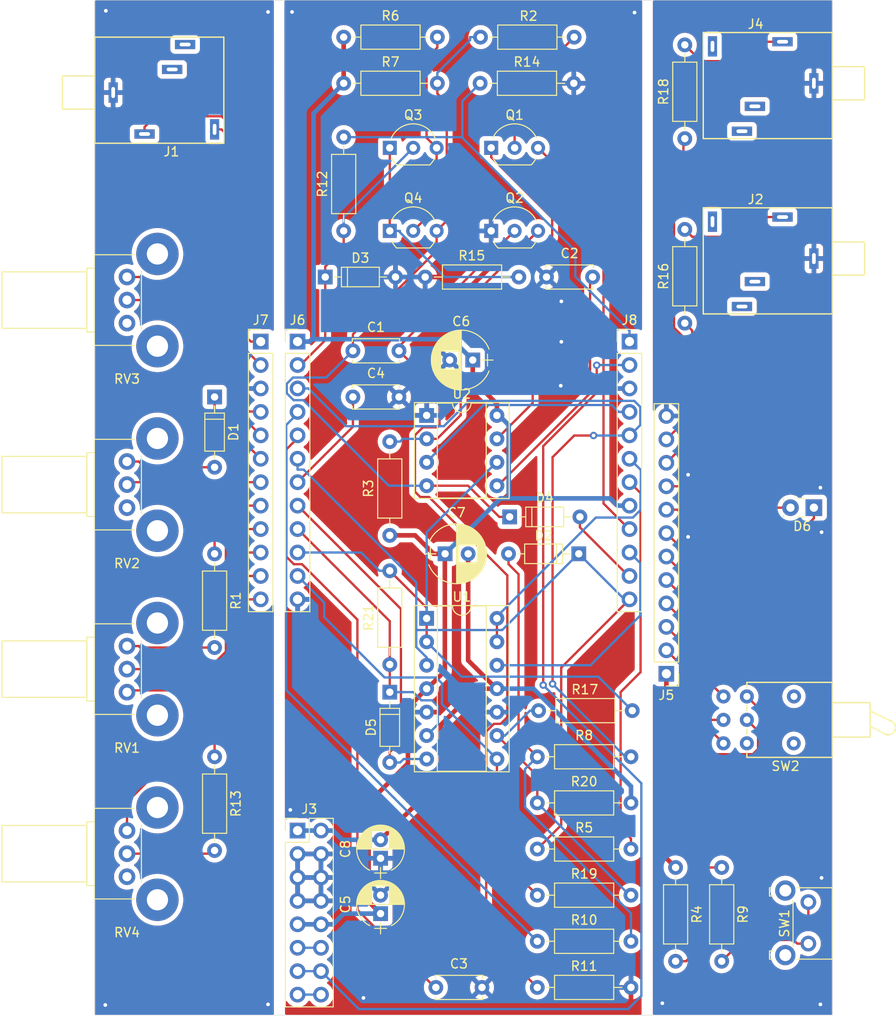
<source format=kicad_pcb>
(kicad_pcb (version 20241229) (generator "pcbnew") (generator_version "9.0")
  (layers (0 "F.Cu" signal) (2 "B.Cu" signal) (13 "F.Paste" user) (15 "B.Paste" user) (5 "F.SilkS" user "F.Silkscreen") (7 "B.SilkS" user "B.Silkscreen") (1 "F.Mask" user) (3 "B.Mask" user) (25 "Edge.Cuts" user))
  (net 0 "")
  (net 1 "Net-(C1-Pad2)")
  (net 2 "Net-(C1-Pad1)")
  (net 3 "GND")
  (net 4 "Net-(C2-Pad2)")
  (net 5 "+12v")
  (net 6 "-12v")
  (net 7 "Net-(D1-Pad2)")
  (net 8 "Net-(D1-Pad1)")
  (net 9 "Net-(D2-Pad2)")
  (net 10 "Net-(J1-Pad3)")
  (net 11 "Net-(J2-Pad3)")
  (net 12 "Net-(J2-Pad2)")
  (net 13 "Net-(J3-Pad15)")
  (net 14 "Net-(J3-Pad11)")
  (net 15 "Net-(J4-Pad2)")
  (net 16 "Net-(J4-Pad3)")
  (net 17 "Net-(Q1-Pad2)")
  (net 18 "Net-(Q1-Pad1)")
  (net 19 "Net-(Q2-Pad3)")
  (net 20 "Net-(Q3-Pad3)")
  (net 21 "Net-(Q3-Pad1)")
  (net 22 "Net-(R1-Pad2)")
  (net 23 "Net-(R4-Pad2)")
  (net 24 "Net-(R9-Pad2)")
  (net 25 "Net-(R13-Pad2)")
  (net 26 "Net-(R17-Pad2)")
  (net 27 "Net-(RV2-Pad3)")
  (net 28 "Net-(RV3-Pad3)")
  (net 29 "Net-(RV4-Pad3)")
  (net 30 "Net-(SW2-Pad3)")
  (net 31 "Speed3")
  (net 32 "Speed2")
  (net 33 "RELout")
  (net 34 "Button")
  (net 35 "RELin")
  (net 36 "LEDin")
  (net 37 "LEDout")
  (net 38 "Net-(D6-Pad2)")
  (net 39 "Net-(D6-Pad1)")
  (net 40 "Net-(J1-Pad2)")
  (net 41 "GateIn")
  (net 42 "Net-(J5-Pad7)")
  (net 43 "Net-(J5-Pad6)")
  (net 44 "Net-(J5-Pad5)")
  (net 45 "Net-(J5-Pad4)")
  (net 46 "Net-(J5-Pad3)")
  (net 47 "Net-(J5-Pad2)")
  (net 48 "ATTout")
  (net 49 "Speed1")
  (net 50 "ADSRout")
  (net 51 "ADSRInvert")
  (net 52 "Net-(J7-Pad12)")
  (net 53 "Net-(J7-Pad11)")
  (net 54 "Net-(J7-Pad10)")
  (net 55 "Net-(J7-Pad9)")
  (net 56 "Net-(J7-Pad7)")
  (net 57 "Net-(J7-Pad5)")
  (net 58 "Net-(J7-Pad4)")
  (net 59 "GateOut")
  (net 60 "ATTin")
  (net 61 "DECin")
  (net 62 "DECout")
  (net 63 "SUSin")
  (net 64 "SUSout")
  (net 65 "/GND_In")
  (net 66 "/GND_Out")
  (net 67 "/12VDC_Out")
  (net 68 "/12VDC_In")
  (net 69 "Net-(J5-Pad11)")
  (net 70 "Net-(J5-Pad10)")
  (footprint "Capacitors_THT:C_Disc_D5.0mm_W2.5mm_P5.00mm" (layer "F.Cu") (at 49 30)
    (property "Reference" "C2")
    (property "Value" "0.1u")
  )
  (footprint "Capacitors_THT:C_Disc_D5.0mm_W2.5mm_P5.00mm" (layer "F.Cu") (at 37 107)
    (property "Reference" "C3")
    (property "Value" "1u")
  )
  (footprint "Capacitors_THT:C_Disc_D5.0mm_W2.5mm_P5.00mm" (layer "F.Cu") (at 28 43)
    (property "Reference" "C4")
    (property "Value" "10u")
  )
  (footprint "Capacitors_THT:CP_Radial_D6.3mm_P2.50mm" (layer "F.Cu") (at 41 39 180)
    (property "Reference" "C6")
    (property "Value" "100u")
  )
  (footprint "Capacitors_THT:CP_Radial_D6.3mm_P2.50mm" (layer "F.Cu") (at 38 60)
    (property "Reference" "C7")
    (property "Value" "100u")
  )
  (footprint "Capacitors_THT:CP_Radial_D5.0mm_P2.00mm" (layer "F.Cu") (at 31 93 90)
    (property "Reference" "C8")
    (property "Value" "22u")
  )
  (footprint "Diodes_THT:D_DO-35_SOD27_P7.62mm_Horizontal" (layer "F.Cu") (at 13 43 -90)
    (property "Reference" "D1")
    (property "Value" "1N4148")
  )
  (footprint "Diodes_THT:D_DO-35_SOD27_P7.62mm_Horizontal" (layer "F.Cu") (at 25 30)
    (property "Reference" "D3")
    (property "Value" "1N4148")
  )
  (footprint "Diodes_THT:D_DO-35_SOD27_P7.62mm_Horizontal" (layer "F.Cu") (at 45 56)
    (property "Reference" "D4")
    (property "Value" "1N4148")
  )
  (footprint "Diodes_THT:D_DO-35_SOD27_P7.62mm_Horizontal" (layer "F.Cu") (at 32 75 -90)
    (property "Reference" "D5")
    (property "Value" "1N4148")
  )
  (footprint "LEDs:LED_Rectangular_W3.9mm_H1.9mm" (layer "F.Cu") (at 78 55 180)
    (property "Reference" "D6")
    (property "Value" "LED")
  )
  (footprint "Custom_Library:Mono_Jack_3.5mm_Switch_Switchcraft_35RAPC2AH3" (layer "F.Cu") (at 0 10)
    (property "Reference" "J1")
    (property "Value" "AudioJack1_Switch")
  )
  (footprint "Custom_Library:Mono_Jack_3.5mm_Switch_Switchcraft_35RAPC2AH3" (layer "F.Cu") (at 80 28 180)
    (property "Reference" "J2")
    (property "Value" "AudioJack1_Switch")
  )
  (footprint "Pin_Headers:Pin_Header_Straight_2x08_Pitch2.54mm" (layer "F.Cu") (at 22 90)
    (property "Reference" "J3")
    (property "Value" "Conn_02x08_Odd_Even")
  )
  (footprint "Custom_Library:Mono_Jack_3.5mm_Switch_Switchcraft_35RAPC2AH3" (layer "F.Cu") (at 80 9 180)
    (property "Reference" "J4")
    (property "Value" "AudioJack1_Switch")
  )
  (footprint "TO_SOT_Packages_THT:TO-92_Inline_Wide" (layer "F.Cu") (at 43 16)
    (property "Reference" "Q1")
    (property "Value" "2N7000")
  )
  (footprint "TO_SOT_Packages_THT:TO-92_Inline_Wide" (layer "F.Cu") (at 43 25)
    (property "Reference" "Q2")
    (property "Value" "2N3904")
  )
  (footprint "TO_SOT_Packages_THT:TO-92_Inline_Wide" (layer "F.Cu") (at 32 16)
    (property "Reference" "Q3")
    (property "Value" "2N3904")
  )
  (footprint "TO_SOT_Packages_THT:TO-92_Inline_Wide" (layer "F.Cu") (at 32 25)
    (property "Reference" "Q4")
    (property "Value" "2N3904")
  )
  (footprint "Resistors_THT:R_Axial_DIN0207_L6.3mm_D2.5mm_P10.16mm_Horizontal" (layer "F.Cu") (at 13 60 -90)
    (property "Reference" "R1")
    (property "Value" "4.7k")
  )
  (footprint "Resistors_THT:R_Axial_DIN0207_L6.3mm_D2.5mm_P10.16mm_Horizontal" (layer "F.Cu") (at 52 4 180)
    (property "Reference" "R2")
    (property "Value" "1M")
  )
  (footprint "Resistors_THT:R_Axial_DIN0207_L6.3mm_D2.5mm_P10.16mm_Horizontal" (layer "F.Cu") (at 32 58 90)
    (property "Reference" "R3")
    (property "Value" "22k")
  )
  (footprint "Resistors_THT:R_Axial_DIN0207_L6.3mm_D2.5mm_P10.16mm_Horizontal" (layer "F.Cu") (at 63 94 -90)
    (property "Reference" "R4")
    (property "Value" "10k")
  )
  (footprint "Resistors_THT:R_Axial_DIN0207_L6.3mm_D2.5mm_P10.16mm_Horizontal" (layer "F.Cu") (at 48 92)
    (property "Reference" "R5")
    (property "Value" "100")
  )
  (footprint "Resistors_THT:R_Axial_DIN0207_L6.3mm_D2.5mm_P10.16mm_Horizontal" (layer "F.Cu") (at 27 4)
    (property "Reference" "R6")
    (property "Value" "22k")
  )
  (footprint "Resistors_THT:R_Axial_DIN0207_L6.3mm_D2.5mm_P10.16mm_Horizontal" (layer "F.Cu") (at 27 9)
    (property "Reference" "R7")
    (property "Value" "22k")
  )
  (footprint "Resistors_THT:R_Axial_DIN0207_L6.3mm_D2.5mm_P10.16mm_Horizontal" (layer "F.Cu") (at 48 82)
    (property "Reference" "R8")
    (property "Value" "680")
  )
  (footprint "Resistors_THT:R_Axial_DIN0207_L6.3mm_D2.5mm_P10.16mm_Horizontal" (layer "F.Cu") (at 68 94 -90)
    (property "Reference" "R9")
    (property "Value" "47k")
  )
  (footprint "Resistors_THT:R_Axial_DIN0207_L6.3mm_D2.5mm_P10.16mm_Horizontal" (layer "F.Cu") (at 48 102)
    (property "Reference" "R10")
    (property "Value" "120")
  )
  (footprint "Resistors_THT:R_Axial_DIN0207_L6.3mm_D2.5mm_P10.16mm_Horizontal" (layer "F.Cu") (at 48 107)
    (property "Reference" "R11")
    (property "Value" "22k")
  )
  (footprint "Resistors_THT:R_Axial_DIN0207_L6.3mm_D2.5mm_P10.16mm_Horizontal" (layer "F.Cu") (at 27 25 90)
    (property "Reference" "R12")
    (property "Value" "1M")
  )
  (footprint "Resistors_THT:R_Axial_DIN0207_L6.3mm_D2.5mm_P10.16mm_Horizontal" (layer "F.Cu") (at 13 82 -90)
    (property "Reference" "R13")
    (property "Value" "100")
  )
  (footprint "Resistors_THT:R_Axial_DIN0207_L6.3mm_D2.5mm_P10.16mm_Horizontal" (layer "F.Cu") (at 41.8 9)
    (property "Reference" "R14")
    (property "Value" "1.2M")
  )
  (footprint "Resistors_THT:R_Axial_DIN0207_L6.3mm_D2.5mm_P10.16mm_Horizontal" (layer "F.Cu") (at 46 30 180)
    (property "Reference" "R15")
    (property "Value" "10")
  )
  (footprint "Resistors_THT:R_Axial_DIN0207_L6.3mm_D2.5mm_P10.16mm_Horizontal" (layer "F.Cu") (at 64 35 90)
    (property "Reference" "R16")
    (property "Value" "1k")
  )
  (footprint "Resistors_THT:R_Axial_DIN0207_L6.3mm_D2.5mm_P10.16mm_Horizontal" (layer "F.Cu") (at 58.3 77 180)
    (property "Reference" "R17")
    (property "Value" "100k")
  )
  (footprint "Resistors_THT:R_Axial_DIN0207_L6.3mm_D2.5mm_P10.16mm_Horizontal" (layer "F.Cu") (at 48 97)
    (property "Reference" "R19")
    (property "Value" "100k")
  )
  (footprint "Resistors_THT:R_Axial_DIN0207_L6.3mm_D2.5mm_P10.16mm_Horizontal" (layer "F.Cu") (at 48 87)
    (property "Reference" "R20")
    (property "Value" "150k")
  )
  (footprint "Resistors_THT:R_Axial_DIN0207_L6.3mm_D2.5mm_P10.16mm_Horizontal" (layer "F.Cu") (at 32 72 90)
    (property "Reference" "R21")
    (property "Value" "1k")
  )
  (footprint "Potentiometers:Potentiometer_Bourns_PTV09A-2_Vertical" (layer "F.Cu") (at 3.5 70 180)
    (property "Reference" "RV1")
    (property "Value" "10k")
  )
  (footprint "Potentiometers:Potentiometer_Bourns_PTV09A-2_Vertical" (layer "F.Cu") (at 3.5 50 180)
    (property "Reference" "RV2")
    (property "Value" "500k")
  )
  (footprint "Potentiometers:Potentiometer_Bourns_PTV09A-2_Vertical" (layer "F.Cu") (at 3.5 30 180)
    (property "Reference" "RV3")
    (property "Value" "500k")
  )
  (footprint "Potentiometers:Potentiometer_Bourns_PTV09A-2_Vertical" (layer "F.Cu") (at 3.5 90 180)
    (property "Reference" "RV4")
    (property "Value" "500k")
  )
  (footprint "Custom_Library:200AWMDP1T2A1M6QE" (layer "F.Cu") (at 80 78 180)
    (property "Reference" "SW2")
    (property "Value" "SW_DPDT_x2")
  )
  (footprint "Housings_DIP:DIP-14_W7.62mm_Socket" (layer "F.Cu") (at 36 67)
    (property "Reference" "U1")
    (property "Value" "TL074")
  )
  (footprint "Housings_DIP:DIP-8_W7.62mm_Socket" (layer "F.Cu") (at 36 45)
    (property "Reference" "U2")
    (property "Value" "ICM7555")
  )
  (footprint "Pin_Headers:Pin_Header_Straight_1x12_Pitch2.54mm" (layer "F.Cu") (at 62 73 180)
    (property "Reference" "J5")
    (property "Value" "Conn_01x12")
  )
  (footprint "Pin_Headers:Pin_Header_Straight_1x12_Pitch2.54mm" (layer "F.Cu") (at 18 37)
    (property "Reference" "J7")
    (property "Value" "Conn_01x12")
  )
  (footprint "Pin_Headers:Pin_Header_Straight_1x12_Pitch2.54mm" (layer "F.Cu") (at 58 37)
    (property "Reference" "J8")
    (property "Value" "Conn_01x12")
  )
  (footprint "Resistors_THT:R_Axial_DIN0207_L6.3mm_D2.5mm_P10.16mm_Horizontal" (layer "F.Cu") (at 64 15 90)
    (property "Reference" "R18")
    (property "Value" "1k")
  )
  (footprint "Pin_Headers:Pin_Header_Straight_1x12_Pitch2.54mm" (layer "F.Cu") (at 22 37)
    (property "Reference" "J6")
    (property "Value" "Conn_01x12")
  )
  (footprint "Custom_Library:SW_Tactile_TE_FSMRACDAH" (layer "F.Cu") (at 80 100 -90)
    (property "Reference" "SW1")
    (property "Value" "SW_Push")
  )
  (footprint "Capacitors_THT:C_Disc_D5.0mm_W2.5mm_P5.00mm" (layer "F.Cu") (at 28 38)
    (property "Reference" "C1")
    (property "Value" "0.1u")
  )
  (footprint "Diodes_THT:D_DO-35_SOD27_P7.62mm_Horizontal" (layer "F.Cu") (at 52.5 60 180)
    (property "Reference" "D2")
    (property "Value" "1N4148")
  )
  (footprint "Capacitors_THT:CP_Radial_D5.0mm_P2.00mm" (layer "F.Cu") (at 31 99 90)
    (property "Reference" "C5")
    (property "Value" "22u")
  )
  (gr_line (start 80 0) (end 80 110) (stroke (width 0.05)) (layer "Edge.Cuts"))
  (gr_line (start 0 0) (end 80 0) (stroke (width 0.05)) (layer "Edge.Cuts"))
  (gr_line (start 0 110) (end 0 0) (stroke (width 0.05)) (layer "Edge.Cuts"))
  (gr_line (start 80 110) (end 0 110) (stroke (width 0.05)) (layer "Edge.Cuts"))
  (segment (start 44.0212 78.43) (end 44.7502 77.701) (width 0.25) (layer "F.Cu") (net 1))
  (segment (start 36.2585 53.848) (end 35.306 53.848) (width 0.25) (layer "F.Cu") (net 1))
  (segment (start 44.7502 62.3397) (end 36.2585 53.848) (width 0.25) (layer "F.Cu") (net 1))
  (segment (start 37.4015 42.4015) (end 33 38) (width 0.25) (layer "F.Cu") (net 1))
  (segment (start 35.306 53.848) (end 34.7345 53.2765) (width 0.25) (layer "F.Cu") (net 1))
  (segment (start 43.2968 78.43) (end 44.0212 78.43) (width 0.25) (layer "F.Cu") (net 1))
  (segment (start 35.583498 46.2915) (end 37.1475 46.2915) (width 0.25) (layer "F.Cu") (net 1))
  (segment (start 33 37.54) (end 33 38) (width 0.25) (layer "F.Cu") (net 1))
  (segment (start 48 107) (end 42.4596 101.4596) (width 0.25) (layer "F.Cu") (net 1))
  (segment (start 37.4015 46.0375) (end 37.4015 42.4015) (width 0.25) (layer "F.Cu") (net 1))
  (segment (start 34.7345 53.2765) (end 34.7345 47.140498) (width 0.25) (layer "F.Cu") (net 1))
  (segment (start 42.4596 79.2672) (end 43.2968 78.43) (width 0.25) (layer "F.Cu") (net 1))
  (segment (start 45.54 25) (end 33 37.54) (width 0.25) (layer "F.Cu") (net 1))
  (segment (start 37.1475 46.2915) (end 37.4015 46.0375) (width 0.25) (layer "F.Cu") (net 1))
  (segment (start 42.4596 101.4596) (end 42.4596 79.2672) (width 0.25) (layer "F.Cu") (net 1))
  (segment (start 44.7502 77.701) (end 44.7502 62.3397) (width 0.25) (layer "F.Cu") (net 1))
  (segment (start 34.7345 47.140498) (end 35.583498 46.2915) (width 0.25) (layer "F.Cu") (net 1))
  (segment (start 37.08 27.1354) (end 28 36.2154) (width 0.25) (layer "F.Cu") (net 2))
  (segment (start 38.1796 11.1449) (end 38.1796 23.9004) (width 0.25) (layer "F.Cu") (net 2))
  (segment (start 45 56) (end 43.8747 56) (width 0.25) (layer "F.Cu") (net 2))
  (segment (start 28 36.2154) (end 28 38) (width 0.25) (layer "F.Cu") (net 2))
  (segment (start 38.1796 23.9004) (end 37.08 25) (width 0.25) (layer "F.Cu") (net 2))
  (segment (start 37.16 10.1253) (end 38.1796 11.1449) (width 0.25) (layer "F.Cu") (net 2))
  (segment (start 40.4947 52.62) (end 43.8747 56) (width 0.25) (layer "F.Cu") (net 2))
  (segment (start 37.16 9) (end 37.16 10.1253) (width 0.25) (layer "F.Cu") (net 2))
  (segment (start 36 52.62) (end 40.4947 52.62) (width 0.25) (layer "F.Cu") (net 2))
  (segment (start 37.08 25) (end 37.08 27.1354) (width 0.25) (layer "F.Cu") (net 2))
  (segment (start 37.16 9) (end 37.16 7.8747) (width 0.25) (layer "B.Cu") (net 2))
  (segment (start 40.7147 4.32) (end 40.7147 4) (width 0.25) (layer "B.Cu") (net 2))
  (segment (start 37.16 7.8747) (end 40.7147 4.32) (width 0.25) (layer "B.Cu") (net 2))
  (segment (start 31.9002 52.62) (end 22.6302 43.35) (width 0.25) (layer "B.Cu") (net 2))
  (segment (start 21.504 40.8942) (end 25.1058 40.8942) (width 0.25) (layer "B.Cu") (net 2))
  (segment (start 41.84 4) (end 40.7147 4) (width 0.25) (layer "B.Cu") (net 2))
  (segment (start 25.1058 40.8942) (end 28 38) (width 0.25) (layer "B.Cu") (net 2))
  (segment (start 22.6302 43.35) (end 21.5763 43.35) (width 0.25) (layer "B.Cu") (net 2))
  (segment (start 36 52.62) (end 31.9002 52.62) (width 0.25) (layer "B.Cu") (net 2))
  (segment (start 21.5763 43.35) (end 20.8221 42.5958) (width 0.25) (layer "B.Cu") (net 2))
  (segment (start 20.8221 42.5958) (end 20.8221 41.5761) (width 0.25) (layer "B.Cu") (net 2))
  (segment (start 20.8221 41.5761) (end 21.504 40.8942) (width 0.25) (layer "B.Cu") (net 2))
  (via (at 50.546 41.783) (size 0.8) (drill 0.4) (layers "F.Cu" "B.Cu") (net 3))
  (via (at 21.3995 1.27) (size 0.8) (drill 0.4) (layers "F.Cu" "B.Cu") (net 3))
  (via (at 29.1465 108.1405) (size 0.8) (drill 0.4) (layers "F.Cu" "B.Cu") (net 3))
  (via (at 50.6095 37.0205) (size 0.8) (drill 0.4) (layers "F.Cu" "B.Cu") (net 3))
  (via (at 58.547 1.3335) (size 0.8) (drill 0.4) (layers "F.Cu" "B.Cu") (net 3))
  (via (at 21.209 87.757) (size 0.8) (drill 0.4) (layers "F.Cu" "B.Cu") (net 3))
  (via (at 50.6095 32.639) (size 0.8) (drill 0.4) (layers "F.Cu" "B.Cu") (net 3))
  (segment (start 53.721 42.6085) (end 53.721 30.279) (width 0.25) (layer "F.Cu") (net 4))
  (segment (start 43.62 52.62) (end 43.7095 52.62) (width 0.25) (layer "F.Cu") (net 4))
  (segment (start 53.721 30.279) (end 54 30) (width 0.25) (layer "F.Cu") (net 4))
  (segment (start 43.7095 52.62) (end 53.721 42.6085) (width 0.25) (layer "F.Cu") (net 4))
  (segment (start 37.973 72.7075) (end 36.0605 74.62) (width 0.5) (layer "F.Cu") (net 5))
  (segment (start 41 41.1297) (end 41 39) (width 0.5) (layer "F.Cu") (net 5))
  (segment (start 32 58) (end 34.7497 58) (width 0.5) (layer "F.Cu") (net 5))
  (segment (start 33.9725 82.7139) (end 29.7046 86.9818) (width 0.5) (layer "F.Cu") (net 5))
  (segment (start 36.0605 74.62) (end 36 74.62) (width 0.5) (layer "F.Cu") (net 5))
  (segment (start 33.9725 76.6475) (end 33.9725 82.7139) (width 0.5) (layer "F.Cu") (net 5))
  (segment (start 29.7046 97.7046) (end 31 99) (width 0.5) (layer "F.Cu") (net 5))
  (segment (start 34.7497 58) (end 36.7497 60) (width 0.5) (layer "F.Cu") (net 5))
  (segment (start 37.3749 60) (end 36.7497 60) (width 0.5) (layer "F.Cu") (net 5))
  (segment (start 37.3749 60) (end 37.973 60.5981) (width 0.5) (layer "F.Cu") (net 5))
  (segment (start 27 4) (end 27 9) (width 0.5) (layer "F.Cu") (net 5))
  (segment (start 37.973 60.5981) (end 37.973 72.7075) (width 0.5) (layer "F.Cu") (net 5))
  (segment (start 43.62 43.7497) (end 41 41.1297) (width 0.5) (layer "F.Cu") (net 5))
  (segment (start 43.62 45) (end 43.62 43.7497) (width 0.5) (layer "F.Cu") (net 5))
  (segment (start 38 60) (end 37.3749 60) (width 0.5) (layer "F.Cu") (net 5))
  (segment (start 29.7046 86.9818) (end 29.7046 97.7046) (width 0.5) (layer "F.Cu") (net 5))
  (segment (start 36 74.62) (end 33.9725 76.6475) (width 0.5) (layer "F.Cu") (net 5))
  (segment (start 38.7414 36.7414) (end 23.7406 36.7414) (width 0.5) (layer "B.Cu") (net 5))
  (segment (start 23.7406 36.7414) (end 23.7406 12.2594) (width 0.5) (layer "B.Cu") (net 5))
  (segment (start 22 100.16) (end 24.54 100.16) (width 0.5) (layer "B.Cu") (net 5))
  (segment (start 43.857 45) (end 44.8945 46.0375) (width 0.5) (layer "B.Cu") (net 5))
  (segment (start 23.7406 12.2594) (end 27 9) (width 0.5) (layer "B.Cu") (net 5))
  (segment (start 24.54 100.16) (end 25.8403 100.16) (width 0.5) (layer "B.Cu") (net 5))
  (segment (start 44.8945 53.9701) (end 44.9173 53.9929) (width 0.5) (layer "B.Cu") (net 5))
  (segment (start 22 37) (end 23.3003 37) (width 0.5) (layer "B.Cu") (net 5))
  (segment (start 23.5589 36.7414) (end 23.3003 37) (width 0.5) (layer "B.Cu") (net 5))
  (segment (start 56.6997 54.78) (end 55.9126 53.9929) (width 0.5) (layer "B.Cu") (net 5))
  (segment (start 41 39) (end 38.7414 36.7414) (width 0.5) (layer "B.Cu") (net 5))
  (segment (start 44.9173 53.9929) (end 44.0071 53.9929) (width 0.5) (layer "B.Cu") (net 5))
  (segment (start 44.0071 53.9929) (end 38 60) (width 0.5) (layer "B.Cu") (net 5))
  (segment (start 43.62 45) (end 43.857 45) (width 0.5) (layer "B.Cu") (net 5))
  (segment (start 27.0003 99) (end 25.8403 100.16) (width 0.5) (layer "B.Cu") (net 5))
  (segment (start 58 54.78) (end 56.6997 54.78) (width 0.5) (layer "B.Cu") (net 5))
  (segment (start 31 99) (end 27.0003 99) (width 0.5) (layer "B.Cu") (net 5))
  (segment (start 23.7406 36.7414) (end 23.5589 36.7414) (width 0.5) (layer "B.Cu") (net 5))
  (segment (start 55.9126 53.9929) (end 44.9173 53.9929) (width 0.5) (layer "B.Cu") (net 5))
  (segment (start 44.8945 46.0375) (end 44.8945 53.9701) (width 0.5) (layer "B.Cu") (net 5))
  (segment (start 43.5685 74.62) (end 40.5 71.5515) (width 0.5) (layer "F.Cu") (net 6))
  (segment (start 40.5 71.5515) (end 40.5 60) (width 0.5) (layer "F.Cu") (net 6))
  (segment (start 43.62 74.62) (end 41.458 74.62) (width 0.5) (layer "F.Cu") (net 6))
  (segment (start 37.5285 78.5495) (end 37.5285 84.4715) (width 0.5) (layer "F.Cu") (net 6))
  (segment (start 41.458 74.62) (end 37.5285 78.5495) (width 0.5) (layer "F.Cu") (net 6))
  (segment (start 43.62 74.62) (end 43.5685 74.62) (width 0.5) (layer "F.Cu") (net 6))
  (segment (start 37.5285 84.4715) (end 31 91) (width 0.5) (layer "F.Cu") (net 6))
  (segment (start 47.586 74.62) (end 58.16 85.194) (width 0.5) (layer "B.Cu") (net 6))
  (segment (start 24.54 90) (end 25.8403 90) (width 0.5) (layer "B.Cu") (net 6))
  (segment (start 31 91) (end 26.8403 91) (width 0.5) (layer "B.Cu") (net 6))
  (segment (start 22 90) (end 24.54 90) (width 0.5) (layer "B.Cu") (net 6))
  (segment (start 58.16 85.194) (end 58.16 87) (width 0.5) (layer "B.Cu") (net 6))
  (segment (start 43.62 74.62) (end 47.586 74.62) (width 0.5) (layer "B.Cu") (net 6))
  (segment (start 26.8403 91) (end 25.8403 90) (width 0.5) (layer "B.Cu") (net 6))
  (segment (start 3.5 50) (end 4.7728 50) (width 0.25) (layer "F.Cu") (net 7))
  (segment (start 5.3928 50.62) (end 13 50.62) (width 0.25) (layer "F.Cu") (net 7))
  (segment (start 4.7728 50) (end 5.3928 50.62) (width 0.25) (layer "F.Cu") (net 7))
  (segment (start 13 44.7) (end 18 49.7) (width 0.25) (layer "F.Cu") (net 8))
  (segment (start 13 43) (end 13 44.7) (width 0.25) (layer "F.Cu") (net 8))
  (segment (start 44.88 60) (end 44.88 61.1253) (width 0.25) (layer "F.Cu") (net 9))
  (segment (start 45.9673 79.9673) (end 45.9673 62.2126) (width 0.25) (layer "F.Cu") (net 9))
  (segment (start 48 82) (end 45.9673 79.9673) (width 0.25) (layer "F.Cu") (net 9))
  (segment (start 45.9673 62.2126) (end 44.88 61.1253) (width 0.25) (layer "F.Cu") (net 9))
  (segment (start 46.6725 87.4726) (end 46.6725 83.3275) (width 0.25) (layer "B.Cu") (net 9))
  (segment (start 58.16 98.9601) (end 46.6725 87.4726) (width 0.25) (layer "B.Cu") (net 9))
  (segment (start 58.16 102) (end 58.16 98.9601) (width 0.25) (layer "B.Cu") (net 9))
  (segment (start 46.6725 83.3275) (end 48 82) (width 0.25) (layer "B.Cu") (net 9))
  (segment (start 5.4 14.5) (end 5.4 13.75) (width 0.25) (layer "F.Cu") (net 10))
  (segment (start 13.76 12.575) (end 16.51 15.325) (width 0.25) (layer "F.Cu") (net 10))
  (segment (start 5.4 13.75) (end 6.575 12.575) (width 0.25) (layer "F.Cu") (net 10))
  (segment (start 6.575 12.575) (end 13.76 12.575) (width 0.25) (layer "F.Cu") (net 10))
  (segment (start 16.51 15.325) (end 16.51 36.576) (width 0.25) (layer "F.Cu") (net 10))
  (segment (start 16.934 37) (end 18 37) (width 0.25) (layer "F.Cu") (net 10))
  (segment (start 16.51 36.576) (end 16.934 37) (width 0.25) (layer "F.Cu") (net 10))
  (segment (start 70.32 23.5) (end 74.6 23.5) (width 0.25) (layer "F.Cu") (net 11))
  (segment (start 64 24.84) (end 64.8 25.64) (width 0.25) (layer "F.Cu") (net 11))
  (segment (start 68.18 25.64) (end 70.32 23.5) (width 0.25) (layer "F.Cu") (net 11))
  (segment (start 64.8 25.64) (end 68.18 25.64) (width 0.25) (layer "F.Cu") (net 11))
  (segment (start 22 107.78) (end 24.54 107.78) (width 0.25) (layer "B.Cu") (net 13))
  (segment (start 22 102.7) (end 24.54 102.7) (width 0.25) (layer "B.Cu") (net 14))
  (segment (start 71.54 4.5) (end 74.6 4.5) (width 0.25) (layer "F.Cu") (net 16))
  (segment (start 69.436 6.604) (end 71.54 4.5) (width 0.25) (layer "F.Cu") (net 16))
  (segment (start 65.764 6.604) (end 69.436 6.604) (width 0.25) (layer "F.Cu") (net 16))
  (segment (start 64 4.84) (end 65.764 6.604) (width 0.25) (layer "F.Cu") (net 16))
  (segment (start 45.54 10.46) (end 45.54 16) (width 0.25) (layer "F.Cu") (net 17))
  (segment (start 52 4) (end 45.54 10.46) (width 0.25) (layer "F.Cu") (net 17))
  (segment (start 49.615012 25.707201) (end 49.615012 23.625012) (width 0.25) (layer "F.Cu") (net 18))
  (segment (start 43.62 47.54) (end 47.5001 43.6599) (width 0.25) (layer "F.Cu") (net 18))
  (segment (start 47.5001 27.822113) (end 49.615012 25.707201) (width 0.25) (layer "F.Cu") (net 18))
  (segment (start 47.5001 43.6599) (end 47.5001 27.822113) (width 0.25) (layer "F.Cu") (net 18))
  (segment (start 43 17.01) (end 43 16) (width 0.25) (layer "F.Cu") (net 18))
  (segment (start 49.615012 23.625012) (end 43 17.01) (width 0.25) (layer "F.Cu") (net 18))
  (segment (start 36 47.54) (end 37.13137 47.54) (width 0.25) (layer "F.Cu") (net 19))
  (segment (start 47.320001 25.759999) (end 48.08 25) (width 0.25) (layer "F.Cu") (net 19))
  (segment (start 39.6875 44.98387) (end 39.6875 33.3925) (width 0.25) (layer "F.Cu") (net 19))
  (segment (start 37.13137 47.54) (end 39.6875 44.98387) (width 0.25) (layer "F.Cu") (net 19))
  (segment (start 39.6875 33.3925) (end 47.320001 25.759999) (width 0.25) (layer "F.Cu") (net 19))
  (segment (start 32 47.84) (end 33.1253 47.84) (width 0.25) (layer "B.Cu") (net 19))
  (segment (start 36 47.54) (end 33.4253 47.54) (width 0.25) (layer "B.Cu") (net 19))
  (segment (start 33.4253 47.54) (end 33.1253 47.84) (width 0.25) (layer "B.Cu") (net 19))
  (segment (start 34.54 25) (end 37.08 22.46) (width 0.25) (layer "F.Cu") (net 20))
  (segment (start 35.989 14.909) (end 37.08 16) (width 0.25) (layer "F.Cu") (net 20))
  (segment (start 35.989 6.2963) (end 35.989 14.909) (width 0.25) (layer "F.Cu") (net 20))
  (segment (start 37.08 22.46) (end 37.08 16) (width 0.25) (layer "F.Cu") (net 20))
  (segment (start 37.16 4) (end 37.16 5.1253) (width 0.25) (layer "F.Cu") (net 20))
  (segment (start 37.16 5.1253) (end 35.989 6.2963) (width 0.25) (layer "F.Cu") (net 20))
  (segment (start 32 25) (end 32 16) (width 0.25) (layer "F.Cu") (net 21))
  (segment (start 33.0853 25.1358) (end 33.0853 25) (width 0.25) (layer "B.Cu") (net 21))
  (segment (start 32 25) (end 33.0853 25) (width 0.25) (layer "B.Cu") (net 21))
  (segment (start 37.9495 30) (end 33.0853 25.1358) (width 0.25) (layer "B.Cu") (net 21))
  (segment (start 46 30) (end 37.9495 30) (width 0.25) (layer "B.Cu") (net 21))
  (segment (start 4.9328 70.16) (end 13 70.16) (width 0.25) (layer "F.Cu") (net 22))
  (segment (start 3.5 70) (end 4.7728 70) (width 0.25) (layer "F.Cu") (net 22))
  (segment (start 4.7728 70) (end 4.9328 70.16) (width 0.25) (layer "F.Cu") (net 22))
  (segment (start 76.261 100.457) (end 77.4 99.318) (width 0.25) (layer "F.Cu") (net 23))
  (segment (start 63 104.16) (end 64.1314 104.16) (width 0.25) (layer "F.Cu") (net 23))
  (segment (start 67.8344 100.457) (end 76.261 100.457) (width 0.25) (layer "F.Cu") (net 23))
  (segment (start 64.1314 104.16) (end 67.8344 100.457) (width 0.25) (layer "F.Cu") (net 23))
  (segment (start 77.4 99.318) (end 77.4 97.75) (width 0.25) (layer "F.Cu") (net 23))
  (segment (start 70.306 101.854) (end 68 104.16) (width 0.25) (layer "F.Cu") (net 24))
  (segment (start 77.4 102.25) (end 76.1979 102.25) (width 0.25) (layer "F.Cu") (net 24))
  (segment (start 75.8019 101.854) (end 70.306 101.854) (width 0.25) (layer "F.Cu") (net 24))
  (segment (start 76.1979 102.25) (end 75.8019 101.854) (width 0.25) (layer "F.Cu") (net 24))
  (segment (start 12.66 92.5) (end 13 92.16) (width 0.25) (layer "F.Cu") (net 25))
  (segment (start 3.5 92.5) (end 12.66 92.5) (width 0.25) (layer "F.Cu") (net 25))
  (segment (start 43.632 79.7) (end 43.62 79.7) (width 0.25) (layer "F.Cu") (net 26))
  (segment (start 48 84.068) (end 43.632 79.7) (width 0.25) (layer "F.Cu") (net 26))
  (segment (start 48 87) (end 48 84.068) (width 0.25) (layer "F.Cu") (net 26))
  (segment (start 43.62 79.7) (end 44.506 79.7) (width 0.25) (layer "B.Cu") (net 26))
  (segment (start 58 97) (end 58.16 97) (width 0.25) (layer "B.Cu") (net 26))
  (segment (start 48 87) (end 58 97) (width 0.25) (layer "B.Cu") (net 26))
  (segment (start 47.206 77) (end 48.14 77) (width 0.25) (layer "B.Cu") (net 26))
  (segment (start 44.506 79.7) (end 47.206 77) (width 0.25) (layer "B.Cu") (net 26))
  (segment (start 28.4882 67.1322) (end 28.4882 98.5907) (width 0.25) (layer "F.Cu") (net 31))
  (segment (start 22 47.469) (end 20.791 48.678) (width 0.25) (layer "F.Cu") (net 31))
  (segment (start 22 47.16) (end 22 47.469) (width 0.25) (layer "F.Cu") (net 31))
  (segment (start 21.5996 61.13) (end 22.486 61.13) (width 0.25) (layer "F.Cu") (net 31))
  (segment (start 22.486 61.13) (end 28.4882 67.1322) (width 0.25) (layer "F.Cu") (net 31))
  (segment (start 28.4882 98.5907) (end 36.8975 107) (width 0.25) (layer "F.Cu") (net 31))
  (segment (start 20.791 60.3214) (end 21.5996 61.13) (width 0.25) (layer "F.Cu") (net 31))
  (segment (start 20.791 48.678) (end 20.791 60.3214) (width 0.25) (layer "F.Cu") (net 31))
  (segment (start 36.8975 107) (end 37 107) (width 0.25) (layer "F.Cu") (net 31))
  (segment (start 22 52.24) (end 22 52.2315) (width 0.25) (layer "F.Cu") (net 32))
  (segment (start 22 52.2315) (end 28 46.2315) (width 0.25) (layer "F.Cu") (net 32))
  (segment (start 28 46.2315) (end 28 43) (width 0.25) (layer "F.Cu") (net 32))
  (segment (start 50.5947 89.4053) (end 48 92) (width 0.25) (layer "F.Cu") (net 33))
  (segment (start 57.996 64.94) (end 50.5947 72.3413) (width 0.25) (layer "F.Cu") (net 33))
  (segment (start 50.5947 72.3413) (end 50.5947 89.4053) (width 0.25) (layer "F.Cu") (net 33))
  (segment (start 58 64.94) (end 57.996 64.94) (width 0.25) (layer "F.Cu") (net 33))
  (segment (start 44.196 68.2625) (end 52.4585 60) (width 0.25) (layer "B.Cu") (net 33))
  (segment (start 34.8747 68.189) (end 34.8747 70.1108) (width 0.25) (layer "B.Cu") (net 33))
  (segment (start 34.8747 70.1108) (end 36 71.2361) (width 0.25) (layer "B.Cu") (net 33))
  (segment (start 22.6611 50.8753) (end 34.8747 63.0889) (width 0.25) (layer "B.Cu") (net 33))
  (segment (start 34.9482 68.2625) (end 44.196 68.2625) (width 0.25) (layer "B.Cu") (net 33))
  (segment (start 34.8747 68.189) (end 34.9482 68.2625) (width 0.25) (layer "B.Cu") (net 33))
  (segment (start 52.4585 60) (end 52.5 60) (width 0.25) (layer "B.Cu") (net 33))
  (segment (start 22 49.7) (end 22 50.8753) (width 0.25) (layer "B.Cu") (net 33))
  (segment (start 34.8747 63.0889) (end 34.8747 68.189) (width 0.25) (layer "B.Cu") (net 33))
  (segment (start 58 64.94) (end 57.447 64.94) (width 0.25) (layer "B.Cu") (net 33))
  (segment (start 52.507 60) (end 52.5 60) (width 0.25) (layer "B.Cu") (net 33))
  (segment (start 36 71.2361) (end 36 72.08) (width 0.25) (layer "B.Cu") (net 33))
  (segment (start 22 50.8753) (end 22.6611 50.8753) (width 0.25) (layer "B.Cu") (net 33))
  (segment (start 57.447 64.94) (end 52.507 60) (width 0.25) (layer "B.Cu") (net 33))
  (segment (start 22 39.54) (end 22.309 39.54) (width 0.25) (layer "F.Cu") (net 34))
  (segment (start 27 26.8747) (end 27 25) (width 0.25) (layer "F.Cu") (net 34))
  (segment (start 22.309 39.54) (end 25 36.849) (width 0.25) (layer "F.Cu") (net 34))
  (segment (start 25 36.849) (end 25 30) (width 0.25) (layer "F.Cu") (net 34))
  (segment (start 25 30) (end 25 28.8747) (width 0.25) (layer "F.Cu") (net 34))
  (segment (start 25 28.8747) (end 27 26.8747) (width 0.25) (layer "F.Cu") (net 34))
  (segment (start 27 23.54) (end 27 25) (width 0.25) (layer "B.Cu") (net 34))
  (segment (start 34.54 16) (end 27 23.54) (width 0.25) (layer "B.Cu") (net 34))
  (segment (start 57.8947 62.4) (end 52.62 57.1253) (width 0.25) (layer "F.Cu") (net 35))
  (segment (start 52.62 57.1253) (end 52.62 56) (width 0.25) (layer "F.Cu") (net 35))
  (segment (start 58 62.4) (end 57.8947 62.4) (width 0.25) (layer "F.Cu") (net 35))
  (segment (start 32 67.306) (end 32 72) (width 0.25) (layer "F.Cu") (net 36))
  (segment (start 22 57.32) (end 22.014 57.32) (width 0.25) (layer "F.Cu") (net 36))
  (segment (start 32 72) (end 32 75) (width 0.25) (layer "F.Cu") (net 36))
  (segment (start 22.014 57.32) (end 32 67.306) (width 0.25) (layer "F.Cu") (net 36))
  (segment (start 33.3945 75) (end 32 75) (width 0.25) (layer "B.Cu") (net 36))
  (segment (start 34.544 74.9935) (end 33.401 74.9935) (width 0.25) (layer "B.Cu") (net 36))
  (segment (start 36 79.7) (end 36 79.697) (width 0.25) (layer "B.Cu") (net 36))
  (segment (start 36.576 75.8825) (end 35.433 75.8825) (width 0.25) (layer "B.Cu") (net 36))
  (segment (start 36 79.697) (end 37.211 78.486) (width 0.25) (layer "B.Cu") (net 36))
  (segment (start 37.211 76.5175) (end 36.576 75.8825) (width 0.25) (layer "B.Cu") (net 36))
  (segment (start 33.401 74.9935) (end 33.3945 75) (width 0.25) (layer "B.Cu") (net 36))
  (segment (start 35.433 75.8825) (end 34.544 74.9935) (width 0.25) (layer "B.Cu") (net 36))
  (segment (start 37.211 78.486) (end 37.211 76.5175) (width 0.25) (layer "B.Cu") (net 36))
  (segment (start 22.014 54.78) (end 33.2105 65.9765) (width 0.25) (layer "F.Cu") (net 37))
  (segment (start 32 81.4947) (end 32 82.62) (width 0.25) (layer "F.Cu") (net 37))
  (segment (start 33.2105 80.2842) (end 32 81.4947) (width 0.25) (layer "F.Cu") (net 37))
  (segment (start 22 54.78) (end 22.014 54.78) (width 0.25) (layer "F.Cu") (net 37))
  (segment (start 33.2105 65.9765) (end 33.2105 80.2842) (width 0.25) (layer "F.Cu") (net 37))
  (segment (start 32 82.62) (end 33.1253 82.62) (width 0.25) (layer "B.Cu") (net 37))
  (segment (start 36 82.24) (end 33.5053 82.24) (width 0.25) (layer "B.Cu") (net 37))
  (segment (start 33.5053 82.24) (end 33.1253 82.62) (width 0.25) (layer "B.Cu") (net 37))
  (segment (start 65.762 55) (end 75.46 55) (width 0.25) (layer "F.Cu") (net 38))
  (segment (start 63.442 52.68) (end 65.762 55) (width 0.25) (layer "F.Cu") (net 38))
  (segment (start 62 52.68) (end 63.442 52.68) (width 0.25) (layer "F.Cu") (net 38))
  (segment (start 77.254 56.896) (end 78 56.15) (width 0.25) (layer "F.Cu") (net 39))
  (segment (start 78 56.15) (end 78 55) (width 0.25) (layer "F.Cu") (net 39))
  (segment (start 64.8781 56.896) (end 77.254 56.896) (width 0.25) (layer "F.Cu") (net 39))
  (segment (start 62 55.22) (end 63.2021 55.22) (width 0.25) (layer "F.Cu") (net 39))
  (segment (start 63.2021 55.22) (end 64.8781 56.896) (width 0.25) (layer "F.Cu") (net 39))
  (segment (start 16.002 37.542) (end 16.002 16.252) (width 0.25) (layer "F.Cu") (net 40))
  (segment (start 16.002 16.252) (end 13.75 14) (width 0.25) (layer "F.Cu") (net 40))
  (segment (start 13.75 14) (end 13 14) (width 0.25) (layer "F.Cu") (net 40))
  (segment (start 18 39.54) (end 16.002 37.542) (width 0.25) (layer "F.Cu") (net 40))
  (segment (start 48.641 73.665815) (end 48.641 74.2315) (width 0.25) (layer "F.Cu") (net 41))
  (segment (start 54.44601 39.5605) (end 54.44601 42.5199) (width 0.25) (layer "F.Cu") (net 41))
  (segment (start 48.641 48.32491) (end 48.641 73.665815) (width 0.25) (layer "F.Cu") (net 41))
  (segment (start 54.44601 42.5199) (end 48.641 48.32491) (width 0.25) (layer "F.Cu") (net 41))
  (via (at 48.641 74.2315) (size 0.8) (drill 0.4) (layers "F.Cu" "B.Cu") (net 41))
  (via (at 54.44601 39.5605) (size 0.8) (drill 0.4) (layers "F.Cu" "B.Cu") (net 41))
  (segment (start 59.285001 107.910499) (end 59.285001 84.875501) (width 0.25) (layer "B.Cu") (net 41))
  (segment (start 28.647 109.347) (end 57.8485 109.347) (width 0.25) (layer "B.Cu") (net 41))
  (segment (start 22 105.24) (end 24.54 105.24) (width 0.25) (layer "B.Cu") (net 41))
  (segment (start 59.285001 84.875501) (end 48.641 74.2315) (width 0.25) (layer "B.Cu") (net 41))
  (segment (start 58 39.54) (end 54.46651 39.54) (width 0.25) (layer "B.Cu") (net 41))
  (segment (start 57.8485 109.347) (end 59.285001 107.910499) (width 0.25) (layer "B.Cu") (net 41))
  (segment (start 24.54 105.24) (end 28.647 109.347) (width 0.25) (layer "B.Cu") (net 41))
  (segment (start 54.46651 39.54) (end 54.44601 39.5605) (width 0.25) (layer "B.Cu") (net 41))
  (segment (start 62 57.76) (end 66.609 62.369) (width 0.25) (layer "F.Cu") (net 42))
  (segment (start 66.609 73.879) (end 68.19 75.46) (width 0.25) (layer "F.Cu") (net 42))
  (segment (start 66.609 62.369) (end 66.609 73.879) (width 0.25) (layer "F.Cu") (net 42))
  (segment (start 66.758 78) (end 68.19 78) (width 0.25) (layer "F.Cu") (net 43))
  (segment (start 66.159 77.401) (end 66.758 78) (width 0.25) (layer "F.Cu") (net 43))
  (segment (start 66.159 64.459) (end 66.159 77.401) (width 0.25) (layer "F.Cu") (net 43))
  (segment (start 62 60.3) (end 66.159 64.459) (width 0.25) (layer "F.Cu") (net 43))
  (segment (start 65.673 78.023) (end 68.19 80.54) (width 0.25) (layer "F.Cu") (net 44))
  (segment (start 62 62.84) (end 65.673 66.513) (width 0.25) (layer "F.Cu") (net 44))
  (segment (start 65.673 66.513) (end 65.673 78.023) (width 0.25) (layer "F.Cu") (net 44))
  (segment (start 65.223 68.603) (end 65.223 79.894) (width 0.25) (layer "F.Cu") (net 45))
  (segment (start 71.943 79.213) (end 70.73 78) (width 0.25) (layer "F.Cu") (net 45))
  (segment (start 67.048 81.719) (end 71.3756 81.719) (width 0.25) (layer "F.Cu") (net 45))
  (segment (start 62 65.38) (end 65.223 68.603) (width 0.25) (layer "F.Cu") (net 45))
  (segment (start 71.943 81.1516) (end 71.943 79.213) (width 0.25) (layer "F.Cu") (net 45))
  (segment (start 65.223 79.894) (end 67.048 81.719) (width 0.25) (layer "F.Cu") (net 45))
  (segment (start 71.3756 81.719) (end 71.943 81.1516) (width 0.25) (layer "F.Cu") (net 45))
  (segment (start 64.773 70.693) (end 64.773 80.333) (width 0.25) (layer "F.Cu") (net 46))
  (segment (start 64.773 80.333) (end 66.609 82.169) (width 0.25) (layer "F.Cu") (net 46))
  (segment (start 72.451 77.181) (end 70.73 75.46) (width 0.25) (layer "F.Cu") (net 46))
  (segment (start 71.562 82.169) (end 72.451 81.28) (width 0.25) (layer "F.Cu") (net 46))
  (segment (start 72.451 81.28) (end 72.451 77.181) (width 0.25) (layer "F.Cu") (net 46))
  (segment (start 62 67.92) (end 64.773 70.693) (width 0.25) (layer "F.Cu") (net 46))
  (segment (start 66.609 82.169) (end 71.562 82.169) (width 0.25) (layer "F.Cu") (net 46))
  (segment (start 64.323 72.783) (end 64.323 92.202) (width 0.25) (layer "F.Cu") (net 47))
  (segment (start 64.323 92.202) (end 66.121 94) (width 0.25) (layer "F.Cu") (net 47))
  (segment (start 66.121 94) (end 68 94) (width 0.25) (layer "F.Cu") (net 47))
  (segment (start 62 70.46) (end 64.323 72.783) (width 0.25) (layer "F.Cu") (net 47))
  (segment (start 49.657 49.53) (end 52.0065 47.1805) (width 0.25) (layer "F.Cu") (net 48))
  (segment (start 49.657 74.1045) (end 49.657 49.53) (width 0.25) (layer "F.Cu") (net 48))
  (segment (start 52.0065 47.1805) (end 54.102 47.1805) (width 0.25) (layer "F.Cu") (net 48))
  (via (at 54.102 47.1805) (size 0.8) (drill 0.4) (layers "F.Cu" "B.Cu") (net 48))
  (via (at 49.657 74.1045) (size 0.8) (drill 0.4) (layers "F.Cu" "B.Cu") (net 48))
  (segment (start 27.2661 46.1708) (end 23.1753 42.08) (width 0.25) (layer "B.Cu") (net 48))
  (segment (start 40.6089 43.423) (end 37.8611 46.1708) (width 0.25) (layer "B.Cu") (net 48))
  (segment (start 59.1779 44.087) (end 58.5139 43.423) (width 0.25) (layer "B.Cu") (net 48))
  (segment (start 58.16 82) (end 57.5525 82) (width 0.25) (layer "B.Cu") (net 48))
  (segment (start 57.9795 47.1805) (end 58 47.16) (width 0.25) (layer "B.Cu") (net 48))
  (segment (start 59.1779 46.0416) (end 59.1779 44.087) (width 0.25) (layer "B.Cu") (net 48))
  (segment (start 37.8611 46.1708) (end 27.2661 46.1708) (width 0.25) (layer "B.Cu") (net 48))
  (segment (start 57.5525 82) (end 49.657 74.1045) (width 0.25) (layer "B.Cu") (net 48))
  (segment (start 58 47.16) (end 58.0595 47.16) (width 0.25) (layer "B.Cu") (net 48))
  (segment (start 23.1753 42.08) (end 22 42.08) (width 0.25) (layer "B.Cu") (net 48))
  (segment (start 58.0595 47.16) (end 59.1779 46.0416) (width 0.25) (layer "B.Cu") (net 48))
  (segment (start 58.5139 43.423) (end 40.6089 43.423) (width 0.25) (layer "B.Cu") (net 48))
  (segment (start 54.102 47.1805) (end 57.9795 47.1805) (width 0.25) (layer "B.Cu") (net 48))
  (segment (start 22 44.62) (end 22 44.802) (width 0.25) (layer "B.Cu") (net 49))
  (segment (start 20.7645 46.0375) (end 20.7645 74.7645) (width 0.25) (layer "B.Cu") (net 49))
  (segment (start 20.7645 74.7645) (end 48 102) (width 0.25) (layer "B.Cu") (net 49))
  (segment (start 22 44.802) (end 20.7645 46.0375) (width 0.25) (layer "B.Cu") (net 49))
  (segment (start 36 65.845) (end 32 61.845) (width 0.25) (layer "F.Cu") (net 50))
  (segment (start 36 67) (end 36 65.845) (width 0.25) (layer "F.Cu") (net 50))
  (segment (start 36 67) (end 36 69.54) (width 0.25) (layer "F.Cu") (net 50))
  (segment (start 32 61.845) (end 32 61.84) (width 0.25) (layer "F.Cu") (net 50))
  (segment (start 43.62 50.0425) (end 36 57.6625) (width 0.25) (layer "B.Cu") (net 50))
  (segment (start 57.500001 76.200001) (end 58.3 77) (width 0.25) (layer "B.Cu") (net 50))
  (segment (start 43.62 50.08) (end 43.62 50.0425) (width 0.25) (layer "B.Cu") (net 50))
  (segment (start 39.775998 73.315998) (end 54.615998 73.315998) (width 0.25) (layer "B.Cu") (net 50))
  (segment (start 36 57.6625) (end 36 67) (width 0.25) (layer "B.Cu") (net 50))
  (segment (start 28.8947 59.86) (end 30.8747 61.84) (width 0.25) (layer "B.Cu") (net 50))
  (segment (start 22 59.86) (end 28.8947 59.86) (width 0.25) (layer "B.Cu") (net 50))
  (segment (start 54.615998 73.315998) (end 57.500001 76.200001) (width 0.25) (layer "B.Cu") (net 50))
  (segment (start 32 61.84) (end 30.8747 61.84) (width 0.25) (layer "B.Cu") (net 50))
  (segment (start 36 69.54) (end 39.775998 73.315998) (width 0.25) (layer "B.Cu") (net 50))
  (segment (start 43.62 92.62) (end 43.62 82.24) (width 0.25) (layer "F.Cu") (net 51))
  (segment (start 48 97) (end 43.62 92.62) (width 0.25) (layer "F.Cu") (net 51))
  (segment (start 24.892 66.8655) (end 24.892 65.292) (width 0.25) (layer "B.Cu") (net 51))
  (segment (start 37.0205 73.406) (end 31.4325 73.406) (width 0.25) (layer "B.Cu") (net 51))
  (segment (start 43.62 82.24) (end 37.661011 76.281011) (width 0.25) (layer "B.Cu") (net 51))
  (segment (start 37.661011 76.281011) (end 37.661011 74.046511) (width 0.25) (layer "B.Cu") (net 51))
  (segment (start 24.892 65.292) (end 22.849999 63.249999) (width 0.25) (layer "B.Cu") (net 51))
  (segment (start 37.661011 74.046511) (end 37.0205 73.406) (width 0.25) (layer "B.Cu") (net 51))
  (segment (start 31.4325 73.406) (end 24.892 66.8655) (width 0.25) (layer "B.Cu") (net 51))
  (segment (start 22.849999 63.249999) (end 22 62.4) (width 0.25) (layer "B.Cu") (net 51))
  (segment (start 16.594 64.94) (end 15.875 65.659) (width 0.25) (layer "F.Cu") (net 52))
  (segment (start 18 64.94) (end 16.594 64.94) (width 0.25) (layer "F.Cu") (net 52))
  (segment (start 15.875 77.724) (end 13 80.599) (width 0.25) (layer "F.Cu") (net 52))
  (segment (start 13 80.599) (end 13 82) (width 0.25) (layer "F.Cu") (net 52))
  (segment (start 15.875 65.659) (end 15.875 77.724) (width 0.25) (layer "F.Cu") (net 52))
  (segment (start 3.5 86.915) (end 3.5 90) (width 0.25) (layer "F.Cu") (net 53))
  (segment (start 16.34 62.4) (end 15.367 63.373) (width 0.25) (layer "F.Cu") (net 53))
  (segment (start 18 62.4) (end 16.34 62.4) (width 0.25) (layer "F.Cu") (net 53))
  (segment (start 15.367 75.048) (end 3.5 86.915) (width 0.25) (layer "F.Cu") (net 53))
  (segment (start 15.367 63.373) (end 15.367 75.048) (width 0.25) (layer "F.Cu") (net 53))
  (segment (start 3.5 75) (end 3.697 74.803) (width 0.25) (layer "F.Cu") (net 54))
  (segment (start 14.859 70.6024) (end 14.859 60.833) (width 0.25) (layer "F.Cu") (net 54))
  (segment (start 10.6584 74.803) (end 14.859 70.6024) (width 0.25) (layer "F.Cu") (net 54))
  (segment (start 14.859 60.833) (end 15.832 59.86) (width 0.25) (layer "F.Cu") (net 54))
  (segment (start 15.832 59.86) (end 18 59.86) (width 0.25) (layer "F.Cu") (net 54))
  (segment (start 3.697 74.803) (end 10.6584 74.803) (width 0.25) (layer "F.Cu") (net 54))
  (segment (start 15.451 57.32) (end 18 57.32) (width 0.25) (layer "F.Cu") (net 55))
  (segment (start 14.224 70.601) (end 14.224 58.547) (width 0.25) (layer "F.Cu") (net 55))
  (segment (start 3.5 72.5) (end 12.325 72.5) (width 0.25) (layer "F.Cu") (net 55))
  (segment (start 14.224 58.547) (end 15.451 57.32) (width 0.25) (layer "F.Cu") (net 55))
  (segment (start 12.325 72.5) (end 14.224 70.601) (width 0.25) (layer "F.Cu") (net 55))
  (segment (start 3.76 52.24) (end 3.5 52.5) (width 0.25) (layer "F.Cu") (net 56))
  (segment (start 18 52.24) (end 3.76 52.24) (width 0.25) (layer "F.Cu") (net 56))
  (segment (start 7.1472 32.5) (end 15.113 40.4658) (width 0.25) (layer "F.Cu") (net 57))
  (segment (start 15.113 44.273) (end 18 47.16) (width 0.25) (layer "F.Cu") (net 57))
  (segment (start 15.113 40.4658) (end 15.113 44.273) (width 0.25) (layer "F.Cu") (net 57))
  (segment (start 3.5 32.5) (end 7.1472 32.5) (width 0.25) (layer "F.Cu") (net 57))
  (segment (start 15.621 40.3374) (end 15.621 43.434) (width 0.25) (layer "F.Cu") (net 58))
  (segment (start 15.621 43.434) (end 16.764 44.577) (width 0.25) (layer "F.Cu") (net 58))
  (segment (start 5.2836 30) (end 15.621 40.3374) (width 0.25) (layer "F.Cu") (net 58))
  (segment (start 3.5 30) (end 5.2836 30) (width 0.25) (layer "F.Cu") (net 58))
  (segment (start 17.957 44.577) (end 18 44.62) (width 0.25) (layer "F.Cu") (net 58))
  (segment (start 16.764 44.577) (end 17.957 44.577) (width 0.25) (layer "F.Cu") (net 58))
  (segment (start 41.8 9) (end 39.8701 10.9299) (width 0.25) (layer "B.Cu") (net 59))
  (segment (start 58 37) (end 58 35.8247) (width 0.25) (layer "B.Cu") (net 59))
  (segment (start 39.8701 14.905) (end 52.1254 27.1603) (width 0.25) (layer "B.Cu") (net 59))
  (segment (start 39.8701 10.9299) (end 39.8701 14.84) (width 0.25) (layer "B.Cu") (net 59))
  (segment (start 52.1254 29.9501) (end 58 35.8247) (width 0.25) (layer "B.Cu") (net 59))
  (segment (start 27 14.84) (end 39.8701 14.84) (width 0.25) (layer "B.Cu") (net 59))
  (segment (start 39.8701 14.84) (end 39.8701 14.905) (width 0.25) (layer "B.Cu") (net 59))
  (segment (start 52.1254 27.1603) (end 52.1254 29.9501) (width 0.25) (layer "B.Cu") (net 59))
  (segment (start 42.1691 43.8734) (end 56.0781 43.8734) (width 0.25) (layer "B.Cu") (net 60))
  (segment (start 56.0781 43.8734) (end 56.8247 44.62) (width 0.25) (layer "B.Cu") (net 60))
  (segment (start 56.8247 44.62) (end 58 44.62) (width 0.25) (layer "B.Cu") (net 60))
  (segment (start 36 50.08) (end 36 50.0425) (width 0.25) (layer "B.Cu") (net 60))
  (segment (start 36 50.0425) (end 42.1691 43.8734) (width 0.25) (layer "B.Cu") (net 60))
  (segment (start 43.62 69.54) (end 43.62 67) (width 0.25) (layer "F.Cu") (net 61))
  (segment (start 58 49.7) (end 58.0185 49.7) (width 0.25) (layer "B.Cu") (net 61))
  (segment (start 58.3746 56.0705) (end 54.3513 56.0705) (width 0.25) (layer "B.Cu") (net 61))
  (segment (start 59.2319 50.9134) (end 59.2319 55.2132) (width 0.25) (layer "B.Cu") (net 61))
  (segment (start 43.62 66.8018) (end 43.62 67) (width 0.25) (layer "B.Cu") (net 61))
  (segment (start 58.0185 49.7) (end 59.2319 50.9134) (width 0.25) (layer "B.Cu") (net 61))
  (segment (start 54.3513 56.0705) (end 43.62 66.8018) (width 0.25) (layer "B.Cu") (net 61))
  (segment (start 59.2319 55.2132) (end 58.3746 56.0705) (width 0.25) (layer "B.Cu") (net 61))
  (segment (start 58.16 90.8747) (end 58.16 92) (width 0.25) (layer "F.Cu") (net 62))
  (segment (start 59.2001 53.4216) (end 59.2001 72.8286) (width 0.25) (layer "F.Cu") (net 62))
  (segment (start 57.0347 74.994) (end 57.0347 89.7494) (width 0.25) (layer "F.Cu") (net 62))
  (segment (start 58 52.24) (end 58.0185 52.24) (width 0.25) (layer "F.Cu") (net 62))
  (segment (start 57.0347 89.7494) (end 58.16 90.8747) (width 0.25) (layer "F.Cu") (net 62))
  (segment (start 59.2001 72.8286) (end 57.0347 74.994) (width 0.25) (layer "F.Cu") (net 62))
  (segment (start 58.0185 52.24) (end 59.2001 53.4216) (width 0.25) (layer "F.Cu") (net 62))
  (segment (start 55.1815 54.5465) (end 57.955 57.32) (width 0.25) (layer "F.Cu") (net 63))
  (segment (start 57.955 57.32) (end 58 57.32) (width 0.25) (layer "F.Cu") (net 63))
  (segment (start 48.08 16) (end 55.1815 23.1015) (width 0.25) (layer "F.Cu") (net 63))
  (segment (start 55.1815 23.1015) (end 55.1815 54.5465) (width 0.25) (layer "F.Cu") (net 63))
  (segment (start 59.1754 66.6816) (end 53.777 72.08) (width 0.25) (layer "B.Cu") (net 64))
  (segment (start 53.777 72.08) (end 43.62 72.08) (width 0.25) (layer "B.Cu") (net 64))
  (segment (start 58 59.86) (end 58.0185 59.86) (width 0.25) (layer "B.Cu") (net 64))
  (segment (start 59.1754 61.0169) (end 59.1754 66.6816) (width 0.25) (layer "B.Cu") (net 64))
  (segment (start 58.0185 59.86) (end 59.1754 61.0169) (width 0.25) (layer "B.Cu") (net 64))
  (via (at 1.143 108.9025) (size 0.8) (drill 0.4) (layers "F.Cu" "B.Cu") (net 65))
  (via (at 1.2065 1.143) (size 0.8) (drill 0.4) (layers "F.Cu" "B.Cu") (net 65))
  (via (at 18.796 108.839) (size 0.8) (drill 0.4) (layers "F.Cu" "B.Cu") (net 65))
  (via (at 18.796 1.27) (size 0.8) (drill 0.4) (layers "F.Cu" "B.Cu") (net 65))
  (via (at 78.834 95.123) (size 0.8) (drill 0.4) (layers "F.Cu" "B.Cu") (net 66))
  (via (at 61.562 108.712) (size 0.8) (drill 0.4) (layers "F.Cu" "B.Cu") (net 66))
  (via (at 64.356 58.166) (size 0.8) (drill 0.4) (layers "F.Cu" "B.Cu") (net 66))
  (via (at 64.356 51.435) (size 0.8) (drill 0.4) (layers "F.Cu" "B.Cu") (net 66))
  (via (at 78.707 52.832) (size 0.8) (drill 0.4) (layers "F.Cu" "B.Cu") (net 66))
  (via (at 78.834 57.658) (size 0.8) (drill 0.4) (layers "F.Cu" "B.Cu") (net 66))
  (via (at 78.707 108.839) (size 0.8) (drill 0.4) (layers "F.Cu" "B.Cu") (net 66))
  (segment (start 62 93) (end 63 94) (width 0.5) (layer "F.Cu") (net 67))
  (segment (start 62 73) (end 62 93) (width 0.5) (layer "F.Cu") (net 67))
  (segment (start 14.816 54.78) (end 18 54.78) (width 0.25) (layer "F.Cu") (net 68))
  (segment (start 13 56.596) (end 14.816 54.78) (width 0.25) (layer "F.Cu") (net 68))
  (segment (start 13 60) (end 13 56.596) (width 0.25) (layer "F.Cu") (net 68))
  (segment (start 63.848 22.606) (end 62.832 23.622) (width 0.25) (layer "F.Cu") (net 69))
  (segment (start 62.832 35.497) (end 63.848 36.513) (width 0.25) (layer "F.Cu") (net 69))
  (segment (start 64 15) (end 63.848 15.152) (width 0.25) (layer "F.Cu") (net 69))
  (segment (start 63.848 15.152) (end 63.848 22.606) (width 0.25) (layer "F.Cu") (net 69))
  (segment (start 62.832 23.622) (end 62.832 35.497) (width 0.25) (layer "F.Cu") (net 69))
  (segment (start 63.848 45.752) (end 62 47.6) (width 0.25) (layer "F.Cu") (net 69))
  (segment (start 63.848 36.513) (end 63.848 45.752) (width 0.25) (layer "F.Cu") (net 69))
  (segment (start 64.8 35.8) (end 64 35) (width 0.25) (layer "F.Cu") (net 70))
  (segment (start 64.8 47.34) (end 64.8 35.8) (width 0.25) (layer "F.Cu") (net 70))
  (segment (start 62 50.14) (end 64.8 47.34) (width 0.25) (layer "F.Cu") (net 70))
  (zone (net 3) (net_name "GND") (layer "F.Cu") (connect_pads (clearance 0.508)) (min_thickness 0.254) (fill yes (thermal_gap 0.508) (thermal_bridge_width 0.508))
    (polygon (pts (xy 59.309 109.982) (xy 20.6375 109.982) (xy 20.574 0) (xy 59.3725 0)))
  )
  (zone (net 66) (net_name "/GND_Out") (layer "F.Cu") (connect_pads (clearance 0.508)) (min_thickness 0.254) (fill yes (thermal_gap 0.508) (thermal_bridge_width 0.508))
    (polygon (pts (xy 79.977 109.982) (xy 60.546 109.982) (xy 60.546 0) (xy 79.977 0)))
  )
  (zone (net 65) (net_name "/GND_In") (layer "F.Cu") (connect_pads (clearance 0.508)) (min_thickness 0.254) (fill yes (thermal_gap 0.508) (thermal_bridge_width 0.508))
    (polygon (pts (xy 19.431 109.982) (xy 0 109.982) (xy 0 0) (xy 19.431 0)))
  )
  (zone (net 3) (net_name "GND") (layer "B.Cu") (connect_pads (clearance 0.508)) (min_thickness 0.254) (fill yes (thermal_gap 0.508) (thermal_bridge_width 0.508))
    (polygon (pts (xy 59.309 109.982) (xy 20.6375 109.982) (xy 20.574 0) (xy 59.3725 0)))
  )
  (zone (net 66) (net_name "/GND_Out") (layer "B.Cu") (connect_pads (clearance 0.508)) (min_thickness 0.254) (fill yes (thermal_gap 0.508) (thermal_bridge_width 0.508))
    (polygon (pts (xy 79.977 109.982) (xy 60.546 109.982) (xy 60.546 0) (xy 79.977 0)))
  )
  (zone (net 65) (net_name "/GND_In") (layer "B.Cu") (connect_pads (clearance 0.508)) (min_thickness 0.254) (fill yes (thermal_gap 0.508) (thermal_bridge_width 0.508))
    (polygon (pts (xy 19.431 109.982) (xy 0 109.982) (xy 0 0) (xy 19.431 0)))
  )
)
</source>
